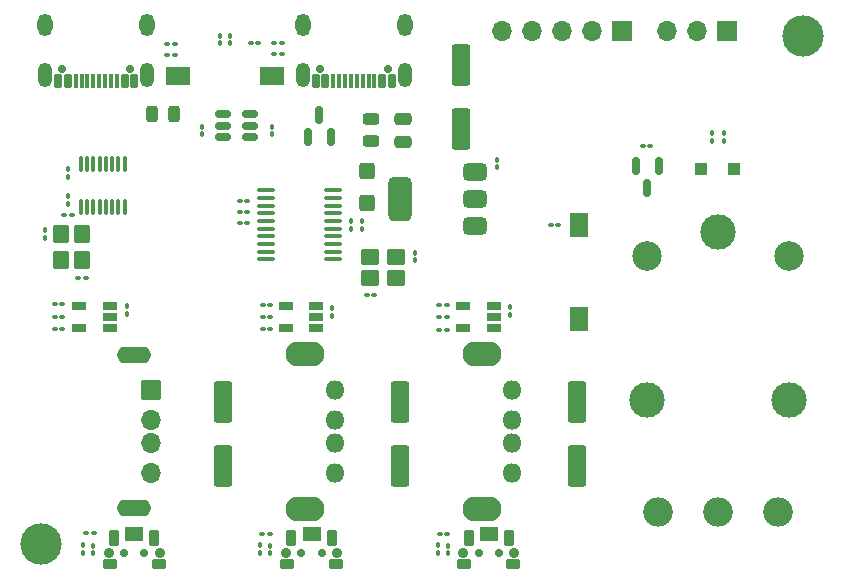
<source format=gts>
G04 #@! TF.GenerationSoftware,KiCad,Pcbnew,8.0.2*
G04 #@! TF.CreationDate,2024-05-22T22:05:32+08:00*
G04 #@! TF.ProjectId,pppc_usb_hub,70707063-5f75-4736-925f-6875622e6b69,rev?*
G04 #@! TF.SameCoordinates,Original*
G04 #@! TF.FileFunction,Soldermask,Top*
G04 #@! TF.FilePolarity,Negative*
%FSLAX46Y46*%
G04 Gerber Fmt 4.6, Leading zero omitted, Abs format (unit mm)*
G04 Created by KiCad (PCBNEW 8.0.2) date 2024-05-22 22:05:32*
%MOMM*%
%LPD*%
G01*
G04 APERTURE LIST*
G04 Aperture macros list*
%AMRoundRect*
0 Rectangle with rounded corners*
0 $1 Rounding radius*
0 $2 $3 $4 $5 $6 $7 $8 $9 X,Y pos of 4 corners*
0 Add a 4 corners polygon primitive as box body*
4,1,4,$2,$3,$4,$5,$6,$7,$8,$9,$2,$3,0*
0 Add four circle primitives for the rounded corners*
1,1,$1+$1,$2,$3*
1,1,$1+$1,$4,$5*
1,1,$1+$1,$6,$7*
1,1,$1+$1,$8,$9*
0 Add four rect primitives between the rounded corners*
20,1,$1+$1,$2,$3,$4,$5,0*
20,1,$1+$1,$4,$5,$6,$7,0*
20,1,$1+$1,$6,$7,$8,$9,0*
20,1,$1+$1,$8,$9,$2,$3,0*%
G04 Aperture macros list end*
%ADD10RoundRect,0.100000X0.130000X0.100000X-0.130000X0.100000X-0.130000X-0.100000X0.130000X-0.100000X0*%
%ADD11RoundRect,0.100000X-0.100000X0.130000X-0.100000X-0.130000X0.100000X-0.130000X0.100000X0.130000X0*%
%ADD12C,0.900000*%
%ADD13C,0.700000*%
%ADD14RoundRect,0.050800X-0.350000X-0.600000X0.350000X-0.600000X0.350000X0.600000X-0.350000X0.600000X0*%
%ADD15RoundRect,0.050800X-0.750000X-0.500000X0.750000X-0.500000X0.750000X0.500000X-0.750000X0.500000X0*%
%ADD16RoundRect,0.050800X-0.550000X-0.350000X0.550000X-0.350000X0.550000X0.350000X-0.550000X0.350000X0*%
%ADD17R,1.700000X1.700000*%
%ADD18O,1.700000X1.700000*%
%ADD19RoundRect,0.100000X0.100000X-0.130000X0.100000X0.130000X-0.100000X0.130000X-0.100000X-0.130000X0*%
%ADD20C,3.000000*%
%ADD21C,2.500000*%
%ADD22RoundRect,0.050800X-0.550000X-0.300000X0.550000X-0.300000X0.550000X0.300000X-0.550000X0.300000X0*%
%ADD23RoundRect,0.250000X-0.550000X1.500000X-0.550000X-1.500000X0.550000X-1.500000X0.550000X1.500000X0*%
%ADD24RoundRect,0.150000X-0.150000X0.587500X-0.150000X-0.587500X0.150000X-0.587500X0.150000X0.587500X0*%
%ADD25RoundRect,0.250000X0.300000X0.300000X-0.300000X0.300000X-0.300000X-0.300000X0.300000X-0.300000X0*%
%ADD26RoundRect,0.375000X0.625000X0.375000X-0.625000X0.375000X-0.625000X-0.375000X0.625000X-0.375000X0*%
%ADD27RoundRect,0.500000X0.500000X1.400000X-0.500000X1.400000X-0.500000X-1.400000X0.500000X-1.400000X0*%
%ADD28RoundRect,0.150000X0.150000X-0.587500X0.150000X0.587500X-0.150000X0.587500X-0.150000X-0.587500X0*%
%ADD29RoundRect,0.250000X0.475000X-0.250000X0.475000X0.250000X-0.475000X0.250000X-0.475000X-0.250000X0*%
%ADD30RoundRect,0.100000X-0.130000X-0.100000X0.130000X-0.100000X0.130000X0.100000X-0.130000X0.100000X0*%
%ADD31O,1.625600X1.625600*%
%ADD32O,3.301600X2.101600*%
%ADD33RoundRect,0.050000X-0.125000X0.600000X-0.125000X-0.600000X0.125000X-0.600000X0.125000X0.600000X0*%
%ADD34RoundRect,0.050000X0.800000X-0.800000X0.800000X0.800000X-0.800000X0.800000X-0.800000X-0.800000X0*%
%ADD35O,2.900000X1.400000*%
%ADD36RoundRect,0.250000X0.425000X-0.450000X0.425000X0.450000X-0.425000X0.450000X-0.425000X-0.450000X0*%
%ADD37RoundRect,0.050000X0.275000X0.550000X-0.275000X0.550000X-0.275000X-0.550000X0.275000X-0.550000X0*%
%ADD38RoundRect,0.050000X0.150000X0.550000X-0.150000X0.550000X-0.150000X-0.550000X0.150000X-0.550000X0*%
%ADD39O,1.200000X2.100000*%
%ADD40O,1.300000X1.900000*%
%ADD41O,2.501600X2.501600*%
%ADD42RoundRect,0.050800X-0.700000X-0.600000X0.700000X-0.600000X0.700000X0.600000X-0.700000X0.600000X0*%
%ADD43RoundRect,0.243750X-0.456250X0.243750X-0.456250X-0.243750X0.456250X-0.243750X0.456250X0.243750X0*%
%ADD44RoundRect,0.250000X0.550000X-1.500000X0.550000X1.500000X-0.550000X1.500000X-0.550000X-1.500000X0*%
%ADD45RoundRect,0.100000X0.637500X0.100000X-0.637500X0.100000X-0.637500X-0.100000X0.637500X-0.100000X0*%
%ADD46RoundRect,0.243750X-0.243750X-0.456250X0.243750X-0.456250X0.243750X0.456250X-0.243750X0.456250X0*%
%ADD47RoundRect,0.150000X-0.512500X-0.150000X0.512500X-0.150000X0.512500X0.150000X-0.512500X0.150000X0*%
%ADD48C,3.500000*%
%ADD49RoundRect,0.050800X-0.750000X0.950000X-0.750000X-0.950000X0.750000X-0.950000X0.750000X0.950000X0*%
%ADD50RoundRect,0.050800X0.600000X-0.700000X0.600000X0.700000X-0.600000X0.700000X-0.600000X-0.700000X0*%
%ADD51RoundRect,0.050800X0.950000X0.750000X-0.950000X0.750000X-0.950000X-0.750000X0.950000X-0.750000X0*%
G04 APERTURE END LIST*
D10*
X102420000Y-60700000D03*
X101780000Y-60700000D03*
X101420000Y-83900100D03*
X100780000Y-83900100D03*
D11*
X101537500Y-67805000D03*
X101537500Y-68445000D03*
X106700000Y-83180100D03*
X106700000Y-83820100D03*
D10*
X102420000Y-61600000D03*
X101780000Y-61600000D03*
D11*
X116450000Y-103255000D03*
X116450000Y-103895000D03*
D12*
X117774100Y-103900000D03*
D13*
X119074100Y-103900000D03*
X120774100Y-103900000D03*
D12*
X122074100Y-103900000D03*
D14*
X118224000Y-102600000D03*
X121624000Y-102600000D03*
D15*
X119924000Y-102300000D03*
D16*
X117823900Y-104850000D03*
X122024100Y-104850000D03*
D17*
X131180000Y-59700000D03*
D18*
X128640000Y-59700000D03*
X126100000Y-59700000D03*
X123560000Y-59700000D03*
X121020000Y-59700000D03*
D19*
X84300000Y-72020000D03*
X84300000Y-71380000D03*
D10*
X99470000Y-75950000D03*
X98830000Y-75950000D03*
D11*
X101450000Y-103255000D03*
X101450000Y-103895000D03*
D10*
X101370000Y-102300000D03*
X100730000Y-102300000D03*
X116355000Y-82850100D03*
X115715000Y-82850100D03*
D11*
X82400000Y-76580000D03*
X82400000Y-77220000D03*
D19*
X120600000Y-71220000D03*
X120600000Y-70580000D03*
D11*
X100550000Y-103230000D03*
X100550000Y-103870000D03*
D10*
X116420000Y-102300000D03*
X115780000Y-102300000D03*
D20*
X139370000Y-76748012D03*
D21*
X133320000Y-78698012D03*
D20*
X133320000Y-90898012D03*
X145370000Y-90948012D03*
D21*
X145320000Y-78698012D03*
D17*
X140080000Y-59700000D03*
D18*
X137540000Y-59700000D03*
X135000000Y-59700000D03*
D22*
X87838100Y-84850100D03*
X87838100Y-83900100D03*
X87838100Y-82950100D03*
X85237900Y-82950100D03*
X85237900Y-84850100D03*
D19*
X98050000Y-60720000D03*
X98050000Y-60080000D03*
D23*
X112400000Y-91100100D03*
X112400000Y-96500100D03*
X127400000Y-91100100D03*
X127400000Y-96500100D03*
D12*
X87774100Y-103900000D03*
D13*
X89074100Y-103900000D03*
X90774100Y-103900000D03*
D12*
X92074100Y-103900000D03*
D14*
X88224000Y-102600000D03*
X91624000Y-102600000D03*
D15*
X89924000Y-102300000D03*
D16*
X87823900Y-104850000D03*
X92024100Y-104850000D03*
D11*
X121700000Y-83080100D03*
X121700000Y-83720100D03*
D24*
X134320000Y-71092100D03*
X132420000Y-71092100D03*
X133370000Y-72967100D03*
D19*
X84300000Y-74320000D03*
X84300000Y-73680000D03*
D25*
X140670000Y-71367100D03*
X137870000Y-71367100D03*
D26*
X118750000Y-76200000D03*
X118750000Y-73900000D03*
D27*
X112450000Y-73900000D03*
D26*
X118750000Y-71600000D03*
D23*
X97400000Y-91100100D03*
X97400000Y-96500100D03*
D28*
X104650000Y-68637500D03*
X106550000Y-68637500D03*
X105600000Y-66762500D03*
D12*
X102774100Y-103900000D03*
D13*
X104074100Y-103900000D03*
X105774100Y-103900000D03*
D12*
X107074100Y-103900000D03*
D14*
X103224000Y-102600000D03*
X106624000Y-102600000D03*
D15*
X104924000Y-102300000D03*
D16*
X102823900Y-104850000D03*
X107024100Y-104850000D03*
D29*
X112700000Y-69050000D03*
X112700000Y-67150000D03*
D10*
X99470000Y-75000000D03*
X98830000Y-75000000D03*
X86470000Y-102200000D03*
X85830000Y-102200000D03*
D11*
X113700000Y-78480000D03*
X113700000Y-79120000D03*
D10*
X116355000Y-83910100D03*
X115715000Y-83910100D03*
X100420000Y-60700000D03*
X99780000Y-60700000D03*
D30*
X92700000Y-61750000D03*
X93340000Y-61750000D03*
D10*
X101420000Y-82850100D03*
X100780000Y-82850100D03*
D19*
X109200000Y-76420000D03*
X109200000Y-75780000D03*
X139870000Y-68987100D03*
X139870000Y-68347100D03*
D31*
X121874000Y-90100000D03*
X121874000Y-92599300D03*
X121874000Y-94600900D03*
X121874000Y-97100200D03*
D32*
X119373800Y-87030100D03*
X119373800Y-100170100D03*
D19*
X138870000Y-68987100D03*
X138870000Y-68347100D03*
D10*
X84620000Y-75300000D03*
X83980000Y-75300000D03*
X85820000Y-80600000D03*
X85180000Y-80600000D03*
D31*
X106874000Y-90100000D03*
X106874000Y-92599300D03*
X106874000Y-94600900D03*
X106874000Y-97100200D03*
D32*
X104373800Y-87030100D03*
X104373800Y-100170100D03*
D22*
X120338100Y-84850100D03*
X120338100Y-83900100D03*
X120338100Y-82950100D03*
X117737900Y-82950100D03*
X117737900Y-84850100D03*
D11*
X86450000Y-103255000D03*
X86450000Y-103895000D03*
D10*
X133590000Y-69467100D03*
X132950000Y-69467100D03*
D33*
X89105000Y-70949900D03*
X88574900Y-70949900D03*
X88045000Y-70949900D03*
X87514900Y-70949900D03*
X86985100Y-70949900D03*
X86455000Y-70949900D03*
X85924900Y-70949900D03*
X85395000Y-70949900D03*
X85395000Y-74550100D03*
X85924900Y-74550100D03*
X86455000Y-74550100D03*
X86985100Y-74550100D03*
X87514900Y-74550100D03*
X88045000Y-74550100D03*
X88574900Y-74550100D03*
X89105000Y-74550100D03*
D34*
X91374000Y-90100100D03*
D18*
X91374000Y-92600200D03*
X91374000Y-94600200D03*
X91374000Y-97100100D03*
D35*
X89873800Y-87150200D03*
X89873800Y-100050000D03*
D10*
X83820000Y-82830100D03*
X83180000Y-82830100D03*
D36*
X109600000Y-74250000D03*
X109600000Y-71550000D03*
D13*
X89589900Y-62893400D03*
X83809900Y-62893400D03*
D37*
X89900000Y-63963500D03*
X89099900Y-63963500D03*
D38*
X88449900Y-63963500D03*
X87949800Y-63963500D03*
X87449900Y-63963500D03*
X86950100Y-63963500D03*
X86449900Y-63963500D03*
X85950100Y-63963500D03*
X85449900Y-63963500D03*
X84949800Y-63963500D03*
D37*
X84299800Y-63963500D03*
X83500000Y-63963500D03*
D39*
X91025000Y-63413600D03*
D40*
X91025000Y-59213500D03*
D39*
X82375000Y-63413600D03*
D40*
X82375000Y-59213500D03*
D41*
X134290000Y-100450000D03*
X139370000Y-100450000D03*
X144450000Y-100450000D03*
D42*
X109899900Y-80575000D03*
X112100100Y-80575000D03*
X112100100Y-78825000D03*
X109899900Y-78825000D03*
D10*
X116355000Y-84970100D03*
X115715000Y-84970100D03*
D43*
X110000000Y-67162500D03*
X110000000Y-69037500D03*
D44*
X117600000Y-68000000D03*
X117600000Y-62600000D03*
D11*
X89300000Y-83000100D03*
X89300000Y-83640100D03*
D22*
X105338100Y-84850100D03*
X105338100Y-83900100D03*
X105338100Y-82950100D03*
X102737900Y-82950100D03*
X102737900Y-84850100D03*
D10*
X125820000Y-76150000D03*
X125180000Y-76150000D03*
D45*
X106775000Y-79025000D03*
X106775000Y-78375000D03*
X106775000Y-77725000D03*
X106775000Y-77075000D03*
X106775000Y-76425000D03*
X106775000Y-75775000D03*
X106775000Y-75125000D03*
X106775000Y-74475000D03*
X106775000Y-73825000D03*
X106775000Y-73175000D03*
X101050000Y-73175000D03*
X101050000Y-73825000D03*
X101050000Y-74475000D03*
X101050000Y-75125000D03*
X101050000Y-75775000D03*
X101050000Y-76425000D03*
X101050000Y-77075000D03*
X101050000Y-77725000D03*
X101050000Y-78375000D03*
X101050000Y-79025000D03*
D46*
X91392400Y-66750000D03*
X93267400Y-66750000D03*
D13*
X111389900Y-62893400D03*
X105609900Y-62893400D03*
D37*
X111700000Y-63963500D03*
X110899900Y-63963500D03*
D38*
X110249900Y-63963500D03*
X109749800Y-63963500D03*
X109249900Y-63963500D03*
X108750100Y-63963500D03*
X108249900Y-63963500D03*
X107750100Y-63963500D03*
X107249900Y-63963500D03*
X106749800Y-63963500D03*
D37*
X106099800Y-63963500D03*
X105300000Y-63963500D03*
D39*
X112825000Y-63413600D03*
D40*
X112825000Y-59213500D03*
D39*
X104175000Y-63413600D03*
D40*
X104175000Y-59213500D03*
D47*
X97462500Y-66750000D03*
X97462500Y-67700000D03*
X97462500Y-68650000D03*
X99737500Y-68650000D03*
X99737500Y-67700000D03*
X99737500Y-66750000D03*
D30*
X92700000Y-60750000D03*
X93340000Y-60750000D03*
D19*
X97150000Y-60720000D03*
X97150000Y-60080000D03*
D48*
X82000000Y-103100000D03*
D10*
X101420000Y-84950100D03*
X100780000Y-84950100D03*
D49*
X127600000Y-76100000D03*
X127600000Y-84100000D03*
D10*
X83820000Y-83890100D03*
X83180000Y-83890100D03*
X83820000Y-84950100D03*
X83180000Y-84950100D03*
X99470000Y-74100000D03*
X98830000Y-74100000D03*
D11*
X85600000Y-103230000D03*
X85600000Y-103870000D03*
X115600000Y-103230000D03*
X115600000Y-103870000D03*
D19*
X108300000Y-76420000D03*
X108300000Y-75780000D03*
D50*
X85500000Y-79100200D03*
X85500000Y-76900000D03*
X83750000Y-76900000D03*
X83750000Y-79100200D03*
D48*
X146500000Y-60100000D03*
D51*
X101600000Y-63500000D03*
X93600000Y-63500000D03*
D11*
X95662500Y-67805000D03*
X95662500Y-68445000D03*
D30*
X109580000Y-82000000D03*
X110220000Y-82000000D03*
M02*

</source>
